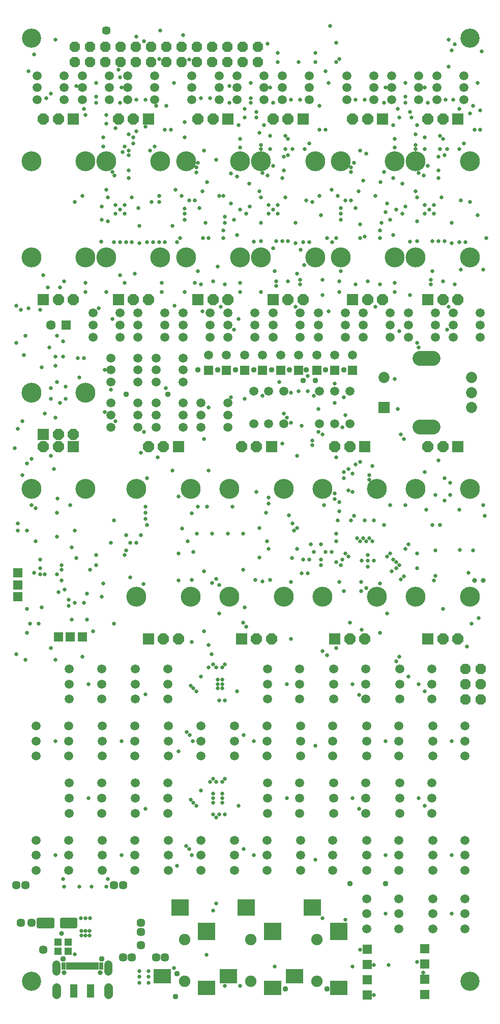
<source format=gbr>
G04 EAGLE Gerber RS-274X export*
G75*
%MOMM*%
%FSLAX34Y34*%
%LPD*%
%INSoldermask Top*%
%IPPOS*%
%AMOC8*
5,1,8,0,0,1.08239X$1,22.5*%
G01*
%ADD10C,3.203200*%
%ADD11R,1.853200X1.853200*%
%ADD12P,2.005885X8X112.500000*%
%ADD13C,3.319200*%
%ADD14P,2.005885X8X292.500000*%
%ADD15R,3.003200X2.803200*%
%ADD16R,3.003200X2.403200*%
%ADD17R,3.003200X3.003200*%
%ADD18C,1.903200*%
%ADD19R,0.723200X1.203200*%
%ADD20R,0.473200X1.203200*%
%ADD21R,1.203200X2.203200*%
%ADD22C,0.803200*%
%ADD23C,0.833200*%
%ADD24C,1.361200*%
%ADD25C,1.403200*%
%ADD26C,1.511200*%
%ADD27R,1.603200X1.503200*%
%ADD28R,1.611200X1.611200*%
%ADD29P,1.869504X8X202.500000*%
%ADD30P,1.869504X8X292.500000*%
%ADD31C,1.853200*%
%ADD32C,2.453200*%
%ADD33R,1.511200X1.511200*%
%ADD34R,1.303200X1.203200*%
%ADD35C,1.611200*%
%ADD36C,0.606287*%
%ADD37C,0.653200*%
%ADD38C,1.453200*%
%ADD39C,0.953200*%


D10*
X765000Y35000D03*
X35000Y35000D03*
X35000Y1605000D03*
X765000Y1605000D03*
D11*
X105000Y1470000D03*
D12*
X80000Y1470000D03*
X55000Y1470000D03*
D13*
X35000Y1400000D03*
X125000Y1400000D03*
D11*
X230000Y605000D03*
D14*
X255000Y605000D03*
X280000Y605000D03*
D13*
X300000Y675000D03*
X210000Y675000D03*
D11*
X385000Y605000D03*
D14*
X410000Y605000D03*
X435000Y605000D03*
D13*
X455000Y675000D03*
X365000Y675000D03*
D11*
X540000Y605000D03*
D14*
X565000Y605000D03*
X590000Y605000D03*
D13*
X610000Y675000D03*
X520000Y675000D03*
D11*
X695000Y605000D03*
D14*
X720000Y605000D03*
X745000Y605000D03*
D13*
X765000Y675000D03*
X675000Y675000D03*
D11*
X55000Y945000D03*
D14*
X80000Y945000D03*
X105000Y945000D03*
D13*
X125000Y1015000D03*
X35000Y1015000D03*
D15*
X502500Y158000D03*
D16*
X473000Y44000D03*
X547000Y24000D03*
D17*
X547000Y118000D03*
D18*
X510000Y35000D03*
X510000Y105000D03*
D19*
X89000Y61000D03*
X151000Y61000D03*
X96500Y61000D03*
X143500Y61000D03*
D20*
X102500Y61000D03*
X137500Y61000D03*
X107500Y61000D03*
X112500Y61000D03*
X117500Y61000D03*
X122500Y61000D03*
X127500Y61000D03*
X132500Y61000D03*
D21*
X106000Y19000D03*
X134000Y19000D03*
D22*
X150000Y50000D03*
D23*
X150000Y50000D03*
X90000Y50000D03*
D24*
X76800Y51460D02*
X76800Y63040D01*
X163200Y63040D02*
X163200Y51460D01*
D25*
X76800Y25000D02*
X76800Y13000D01*
X163200Y13000D02*
X163200Y25000D01*
D26*
X43000Y270000D03*
X43000Y245000D03*
X43000Y220000D03*
X97000Y270000D03*
X97000Y245000D03*
X97000Y220000D03*
X98000Y365000D03*
X98000Y340000D03*
X98000Y315000D03*
X152000Y365000D03*
X152000Y340000D03*
X152000Y315000D03*
X153000Y270000D03*
X153000Y245000D03*
X153000Y220000D03*
X207000Y270000D03*
X207000Y245000D03*
X207000Y220000D03*
X208000Y365000D03*
X208000Y340000D03*
X208000Y315000D03*
X262000Y365000D03*
X262000Y340000D03*
X262000Y315000D03*
X263000Y270000D03*
X263000Y245000D03*
X263000Y220000D03*
X317000Y270000D03*
X317000Y245000D03*
X317000Y220000D03*
X373000Y270000D03*
X373000Y245000D03*
X373000Y220000D03*
X427000Y270000D03*
X427000Y245000D03*
X427000Y220000D03*
X428000Y365000D03*
X428000Y340000D03*
X428000Y315000D03*
X482000Y365000D03*
X482000Y340000D03*
X482000Y315000D03*
X483000Y270000D03*
X483000Y245000D03*
X483000Y220000D03*
X537000Y270000D03*
X537000Y245000D03*
X537000Y220000D03*
X538000Y365000D03*
X538000Y340000D03*
X538000Y315000D03*
X592000Y365000D03*
X592000Y340000D03*
X592000Y315000D03*
X593000Y270000D03*
X593000Y245000D03*
X593000Y220000D03*
X647000Y270000D03*
X647000Y245000D03*
X647000Y220000D03*
X648000Y365000D03*
X648000Y340000D03*
X648000Y315000D03*
X702000Y365000D03*
X702000Y340000D03*
X702000Y315000D03*
X703000Y270000D03*
X703000Y245000D03*
X703000Y220000D03*
X757000Y270000D03*
X757000Y245000D03*
X757000Y220000D03*
X43000Y460000D03*
X43000Y435000D03*
X43000Y410000D03*
X97000Y460000D03*
X97000Y435000D03*
X97000Y410000D03*
X98000Y555000D03*
X98000Y530000D03*
X98000Y505000D03*
X152000Y555000D03*
X152000Y530000D03*
X152000Y505000D03*
X153000Y460000D03*
X153000Y435000D03*
X153000Y410000D03*
X207000Y460000D03*
X207000Y435000D03*
X207000Y410000D03*
X208000Y555000D03*
X208000Y530000D03*
X208000Y505000D03*
X262000Y555000D03*
X262000Y530000D03*
X262000Y505000D03*
X263000Y460000D03*
X263000Y435000D03*
X263000Y410000D03*
X317000Y460000D03*
X317000Y435000D03*
X317000Y410000D03*
X373000Y460000D03*
X373000Y435000D03*
X373000Y410000D03*
X427000Y460000D03*
X427000Y435000D03*
X427000Y410000D03*
X428000Y555000D03*
X428000Y530000D03*
X428000Y505000D03*
X482000Y555000D03*
X482000Y530000D03*
X482000Y505000D03*
X483000Y460000D03*
X483000Y435000D03*
X483000Y410000D03*
X537000Y460000D03*
X537000Y435000D03*
X537000Y410000D03*
X538000Y555000D03*
X538000Y530000D03*
X538000Y505000D03*
X592000Y555000D03*
X592000Y530000D03*
X592000Y505000D03*
X593000Y460000D03*
X593000Y435000D03*
X593000Y410000D03*
X647000Y460000D03*
X647000Y435000D03*
X647000Y410000D03*
X648000Y555000D03*
X648000Y530000D03*
X648000Y505000D03*
X702000Y555000D03*
X702000Y530000D03*
X702000Y505000D03*
X703000Y460000D03*
X703000Y435000D03*
X703000Y410000D03*
X757000Y460000D03*
X757000Y435000D03*
X757000Y410000D03*
X167500Y1072500D03*
X167500Y1052500D03*
X167500Y1032500D03*
X212500Y1072500D03*
X212500Y1052500D03*
X212500Y1032500D03*
X167500Y997500D03*
X167500Y977500D03*
X167500Y957500D03*
X212500Y997500D03*
X212500Y977500D03*
X212500Y957500D03*
X242500Y1072500D03*
X242500Y1052500D03*
X242500Y1032500D03*
X287500Y1072500D03*
X287500Y1052500D03*
X287500Y1032500D03*
X242500Y997500D03*
X242500Y977500D03*
X242500Y957500D03*
X287500Y997500D03*
X287500Y977500D03*
X287500Y957500D03*
D27*
X594200Y12200D03*
X594200Y37600D03*
X594200Y63000D03*
X594200Y88400D03*
X689600Y12900D03*
X689600Y38300D03*
X689600Y63700D03*
X689600Y89100D03*
D15*
X282500Y158000D03*
D16*
X253000Y44000D03*
X327000Y24000D03*
D17*
X327000Y118000D03*
D18*
X290000Y35000D03*
X290000Y105000D03*
D15*
X392500Y158000D03*
D16*
X363000Y44000D03*
X437000Y24000D03*
D17*
X437000Y118000D03*
D18*
X400000Y35000D03*
X400000Y105000D03*
D26*
X703000Y172500D03*
X703000Y147500D03*
X703000Y122500D03*
X757000Y172500D03*
X757000Y147500D03*
X757000Y122500D03*
X593000Y172500D03*
X593000Y147500D03*
X593000Y122500D03*
X647000Y172500D03*
X647000Y147500D03*
X647000Y122500D03*
D11*
X745000Y925000D03*
D12*
X720000Y925000D03*
X695000Y925000D03*
D13*
X675000Y855000D03*
X765000Y855000D03*
D11*
X590000Y925000D03*
D12*
X565000Y925000D03*
X540000Y925000D03*
D13*
X520000Y855000D03*
X610000Y855000D03*
D11*
X280000Y925000D03*
D12*
X255000Y925000D03*
X230000Y925000D03*
D13*
X210000Y855000D03*
X300000Y855000D03*
D11*
X435000Y925000D03*
D12*
X410000Y925000D03*
X385000Y925000D03*
D13*
X365000Y855000D03*
X455000Y855000D03*
D11*
X230000Y1470000D03*
D12*
X205000Y1470000D03*
X180000Y1470000D03*
D13*
X160000Y1400000D03*
X250000Y1400000D03*
D11*
X180000Y1170000D03*
D14*
X205000Y1170000D03*
X230000Y1170000D03*
D13*
X250000Y1240000D03*
X160000Y1240000D03*
D11*
X55000Y1170000D03*
D14*
X80000Y1170000D03*
X105000Y1170000D03*
D13*
X125000Y1240000D03*
X35000Y1240000D03*
D11*
X362500Y1470000D03*
D12*
X337500Y1470000D03*
X312500Y1470000D03*
D13*
X292500Y1400000D03*
X382500Y1400000D03*
D11*
X487500Y1470000D03*
D12*
X462500Y1470000D03*
X437500Y1470000D03*
D13*
X417500Y1400000D03*
X507500Y1400000D03*
D11*
X437500Y1170000D03*
D14*
X462500Y1170000D03*
X487500Y1170000D03*
D13*
X507500Y1240000D03*
X417500Y1240000D03*
D11*
X312500Y1170000D03*
D14*
X337500Y1170000D03*
X362500Y1170000D03*
D13*
X382500Y1240000D03*
X292500Y1240000D03*
D11*
X620000Y1470000D03*
D12*
X595000Y1470000D03*
X570000Y1470000D03*
D13*
X550000Y1400000D03*
X640000Y1400000D03*
D11*
X745000Y1470000D03*
D12*
X720000Y1470000D03*
X695000Y1470000D03*
D13*
X675000Y1400000D03*
X765000Y1400000D03*
D11*
X695000Y1170000D03*
D14*
X720000Y1170000D03*
X745000Y1170000D03*
D13*
X765000Y1240000D03*
X675000Y1240000D03*
D11*
X570000Y1170000D03*
D14*
X595000Y1170000D03*
X620000Y1170000D03*
D13*
X640000Y1240000D03*
X550000Y1240000D03*
D26*
X212500Y1147500D03*
X212500Y1127500D03*
X212500Y1107500D03*
X257500Y1147500D03*
X257500Y1127500D03*
X257500Y1107500D03*
X287500Y1147500D03*
X287500Y1127500D03*
X287500Y1107500D03*
X332500Y1147500D03*
X332500Y1127500D03*
X332500Y1107500D03*
X512500Y1147500D03*
X512500Y1127500D03*
X512500Y1107500D03*
X557500Y1147500D03*
X557500Y1127500D03*
X557500Y1107500D03*
X587500Y1147500D03*
X587500Y1127500D03*
X587500Y1107500D03*
X632500Y1147500D03*
X632500Y1127500D03*
X632500Y1107500D03*
X362500Y1147500D03*
X362500Y1127500D03*
X362500Y1107500D03*
X407500Y1147500D03*
X407500Y1127500D03*
X407500Y1107500D03*
X662500Y1147500D03*
X662500Y1127500D03*
X662500Y1107500D03*
X707500Y1147500D03*
X707500Y1127500D03*
X707500Y1107500D03*
X437500Y1147500D03*
X437500Y1127500D03*
X437500Y1107500D03*
X482500Y1147500D03*
X482500Y1127500D03*
X482500Y1107500D03*
X737500Y1147500D03*
X737500Y1127500D03*
X737500Y1107500D03*
X782500Y1147500D03*
X782500Y1127500D03*
X782500Y1107500D03*
X137500Y1147500D03*
X137500Y1127500D03*
X137500Y1107500D03*
X182500Y1147500D03*
X182500Y1127500D03*
X182500Y1107500D03*
D28*
X12500Y715000D03*
X12500Y695000D03*
X12500Y675000D03*
X100000Y608500D03*
X120000Y608500D03*
X80000Y608500D03*
D11*
X105000Y925000D03*
D12*
X80000Y925000D03*
X55000Y925000D03*
D13*
X35000Y855000D03*
X125000Y855000D03*
D26*
X45000Y1542500D03*
X45000Y1522500D03*
X45000Y1502500D03*
X90000Y1542500D03*
X90000Y1522500D03*
X90000Y1502500D03*
X120000Y1542500D03*
X120000Y1522500D03*
X120000Y1502500D03*
X165000Y1542500D03*
X165000Y1522500D03*
X165000Y1502500D03*
X195000Y1542500D03*
X195000Y1522500D03*
X195000Y1502500D03*
X240000Y1542500D03*
X240000Y1522500D03*
X240000Y1502500D03*
X302500Y1542500D03*
X302500Y1522500D03*
X302500Y1502500D03*
X347500Y1542500D03*
X347500Y1522500D03*
X347500Y1502500D03*
X377500Y1542500D03*
X377500Y1522500D03*
X377500Y1502500D03*
X422500Y1542500D03*
X422500Y1522500D03*
X422500Y1502500D03*
X452500Y1542500D03*
X452500Y1522500D03*
X452500Y1502500D03*
X497500Y1542500D03*
X497500Y1522500D03*
X497500Y1502500D03*
X560000Y1542500D03*
X560000Y1522500D03*
X560000Y1502500D03*
X605000Y1542500D03*
X605000Y1522500D03*
X605000Y1502500D03*
X635000Y1542500D03*
X635000Y1522500D03*
X635000Y1502500D03*
X680000Y1542500D03*
X680000Y1522500D03*
X680000Y1502500D03*
X710000Y1542500D03*
X710000Y1522500D03*
X710000Y1502500D03*
X755000Y1542500D03*
X755000Y1522500D03*
X755000Y1502500D03*
D29*
X107600Y1590200D03*
X133000Y1590200D03*
X158400Y1590200D03*
X183800Y1590200D03*
X209200Y1590200D03*
X234600Y1590200D03*
X260000Y1590200D03*
X285400Y1590200D03*
X310800Y1590200D03*
X336200Y1590200D03*
X361600Y1590200D03*
X387000Y1590200D03*
X412400Y1590200D03*
X412400Y1564800D03*
X387000Y1564800D03*
X361600Y1564800D03*
X336200Y1564800D03*
X310800Y1564800D03*
X285400Y1564800D03*
X260000Y1564800D03*
X234600Y1564800D03*
X209200Y1564800D03*
X183800Y1564800D03*
X158400Y1564800D03*
X133000Y1564800D03*
X107600Y1564800D03*
D30*
X757300Y555400D03*
X782700Y555400D03*
X757300Y530000D03*
X782700Y530000D03*
X757300Y504600D03*
X782700Y504600D03*
D11*
X622500Y990000D03*
D31*
X622500Y1040000D03*
X767500Y990000D03*
X767500Y1015000D03*
X767500Y1040000D03*
D32*
X703750Y958000D02*
X681250Y958000D01*
X681250Y1072000D02*
X703750Y1072000D01*
D26*
X540000Y1077700D03*
D33*
X540000Y1052300D03*
D26*
X510000Y1077700D03*
D33*
X510000Y1052300D03*
D26*
X480000Y1077700D03*
D33*
X480000Y1052300D03*
D26*
X450000Y1077700D03*
D33*
X450000Y1052300D03*
D26*
X420000Y1077700D03*
D33*
X420000Y1052300D03*
D26*
X390000Y1077700D03*
D33*
X390000Y1052300D03*
D26*
X360000Y1077700D03*
D33*
X360000Y1052300D03*
D26*
X330000Y1077700D03*
D33*
X330000Y1052300D03*
D26*
X570000Y1077700D03*
D33*
X570000Y1052300D03*
D26*
X455000Y1017000D03*
X430000Y1017000D03*
X405000Y1017000D03*
X455000Y963000D03*
X430000Y963000D03*
X405000Y963000D03*
X515000Y963000D03*
X540000Y963000D03*
X565000Y963000D03*
X515000Y1017000D03*
X540000Y1017000D03*
X565000Y1017000D03*
D34*
X96000Y85000D03*
X79000Y85000D03*
X96000Y100000D03*
X79000Y100000D03*
D35*
X67300Y1127500D03*
D28*
X92700Y1127500D03*
D26*
X317500Y997500D03*
X317500Y977500D03*
X317500Y957500D03*
X362500Y997500D03*
X362500Y977500D03*
X362500Y957500D03*
D36*
X108535Y138385D02*
X84965Y138385D01*
X108535Y138385D02*
X108535Y126615D01*
X84965Y126615D01*
X84965Y138385D01*
X84965Y132375D02*
X108535Y132375D01*
X108535Y138135D02*
X84965Y138135D01*
X70035Y138385D02*
X46465Y138385D01*
X70035Y138385D02*
X70035Y126615D01*
X46465Y126615D01*
X46465Y138385D01*
X46465Y132375D02*
X70035Y132375D01*
X70035Y138135D02*
X46465Y138135D01*
D37*
X335950Y780000D03*
X485000Y714500D03*
X320000Y1350000D03*
X542500Y767500D03*
X87500Y1100000D03*
X217500Y777500D03*
X415000Y740266D03*
X542500Y590000D03*
X42500Y822500D03*
X92500Y1025000D03*
X90120Y687500D03*
X50000Y737500D03*
X122500Y665000D03*
X32500Y630000D03*
X445000Y1580000D03*
X507500Y1580000D03*
X715000Y795000D03*
X707500Y845000D03*
X415000Y790000D03*
X597500Y870000D03*
X547500Y832500D03*
X155000Y1440000D03*
X432500Y1420000D03*
X382500Y1437500D03*
X640000Y1437500D03*
X160000Y1462500D03*
X322500Y1417500D03*
X580000Y1350000D03*
X582500Y1417500D03*
X690000Y1420000D03*
X197500Y1385000D03*
X197500Y1410000D03*
X455000Y1385000D03*
X712500Y1385000D03*
X712500Y1407500D03*
X455000Y1407500D03*
D38*
X217500Y132500D03*
X217500Y117500D03*
D37*
X286000Y789000D03*
X77500Y815000D03*
X30000Y1155000D03*
X469000Y740000D03*
X112500Y1072500D03*
X336000Y698000D03*
X430000Y840000D03*
X550000Y1322500D03*
X167500Y765000D03*
X42500Y767500D03*
X517500Y737500D03*
X505000Y750000D03*
X317500Y1505000D03*
X575000Y1502500D03*
X221500Y696500D03*
X657500Y1507500D03*
X290000Y1321500D03*
X192500Y752500D03*
X400000Y1505000D03*
X702500Y795000D03*
X467500Y605000D03*
X302500Y600000D03*
X760000Y592500D03*
X67500Y1005000D03*
X57500Y712500D03*
X102500Y637500D03*
X232500Y1417500D03*
X747500Y1420000D03*
X490000Y1420000D03*
X480000Y1565000D03*
X542500Y1565000D03*
X732500Y865000D03*
X10000Y1097500D03*
X247500Y1342500D03*
X285000Y1342500D03*
X515000Y1342500D03*
X545000Y1342500D03*
X535000Y750000D03*
X525000Y750000D03*
X487500Y737500D03*
X497500Y737500D03*
X200000Y765000D03*
X210000Y765000D03*
X297500Y1335000D03*
X307500Y1335000D03*
X557500Y1335000D03*
X567500Y1335000D03*
D38*
X10000Y195000D03*
X25000Y195000D03*
D37*
X555000Y882500D03*
X572500Y810000D03*
X545000Y802500D03*
X567500Y802500D03*
D39*
X565000Y197500D03*
X625000Y197500D03*
X192500Y1012500D03*
X262500Y1012500D03*
X487500Y1035000D03*
X507500Y1035000D03*
D22*
X85000Y115000D03*
D37*
X52500Y657500D03*
X215000Y1292500D03*
X475000Y1297500D03*
X735000Y1297500D03*
X60000Y1505000D03*
X142500Y1507500D03*
X85000Y720000D03*
X50000Y1152500D03*
X10000Y1160000D03*
X322500Y717500D03*
X495000Y714500D03*
X410000Y850000D03*
X470000Y797500D03*
X762500Y715000D03*
X280000Y702500D03*
X192500Y777500D03*
X492500Y1335000D03*
X502500Y1332500D03*
X377500Y1277500D03*
X355000Y1272500D03*
X417500Y1267500D03*
X475000Y1263500D03*
X452500Y1372500D03*
X582500Y1295000D03*
X615000Y1272500D03*
X187000Y1415000D03*
X712500Y1372000D03*
X677500Y1267500D03*
X735000Y1263500D03*
X77500Y775000D03*
X142500Y745000D03*
X100000Y827500D03*
X115000Y1040000D03*
X280000Y842500D03*
X517500Y762500D03*
X615000Y1285000D03*
X637500Y1277500D03*
X420000Y701000D03*
X78500Y839000D03*
X12500Y785500D03*
X325000Y1297500D03*
X400000Y1530000D03*
X765000Y1332500D03*
X200000Y707500D03*
X215000Y1263500D03*
X151000Y1266500D03*
X172500Y802500D03*
X302500Y703500D03*
X57500Y980000D03*
X408000Y703500D03*
X87500Y1075000D03*
X247500Y1332500D03*
X582500Y87500D03*
X332500Y1505000D03*
X482500Y1502500D03*
X590000Y1502500D03*
D38*
X55000Y87500D03*
D37*
X162500Y205000D03*
X87500Y205000D03*
X118000Y119000D03*
X118000Y111000D03*
X125000Y111000D03*
X125000Y119000D03*
X132000Y111000D03*
X132000Y119000D03*
X347500Y312500D03*
X347500Y502500D03*
X10000Y580000D03*
X77500Y712500D03*
X50000Y722500D03*
X107500Y665000D03*
X47500Y630000D03*
X732500Y845000D03*
X755000Y1430000D03*
X497500Y1430000D03*
X445000Y1565000D03*
X675000Y1350000D03*
X415000Y1350000D03*
X160000Y1352500D03*
X750000Y1335000D03*
X235000Y1332500D03*
X107500Y80000D03*
D38*
X17500Y132500D03*
D37*
X790000Y810000D03*
X290000Y1440000D03*
X25000Y1110000D03*
X17500Y1152500D03*
X342970Y705000D03*
X227500Y795000D03*
X597500Y877500D03*
X547500Y817500D03*
X382500Y1422500D03*
X640000Y1422500D03*
X160000Y1477500D03*
X125000Y1477500D03*
X640000Y1182500D03*
X547500Y1182500D03*
X417500Y1182500D03*
X382500Y1182500D03*
X290000Y1182500D03*
X252500Y1182500D03*
X125000Y1182500D03*
X160000Y1182500D03*
X155000Y1425000D03*
X190000Y1425000D03*
X205000Y1440000D03*
X457500Y1442500D03*
X462500Y1437500D03*
X470000Y1420000D03*
X437500Y1392500D03*
X457500Y1420000D03*
X720020Y1437500D03*
X695000Y1392500D03*
X715000Y1420000D03*
X715000Y1442500D03*
X665000Y1177500D03*
X505000Y1010000D03*
X522500Y827500D03*
X82500Y1190000D03*
X62300Y1190000D03*
X352500Y367500D03*
X357500Y372500D03*
X357500Y562500D03*
X317500Y542500D03*
X455000Y980000D03*
X520000Y1177500D03*
X240000Y1425000D03*
X120000Y1342500D03*
X592500Y1412500D03*
X727500Y1420000D03*
X172500Y630000D03*
X712500Y902500D03*
X97500Y670000D03*
X35000Y827500D03*
X680000Y1380900D03*
X420000Y1380900D03*
X170000Y1382500D03*
X197500Y1372500D03*
X342500Y1402500D03*
X352500Y537500D03*
X345000Y537500D03*
X352500Y530000D03*
X345000Y530000D03*
X352500Y522500D03*
X345000Y522500D03*
X337500Y347500D03*
X337500Y340000D03*
X337500Y332500D03*
X352500Y347500D03*
X352500Y340000D03*
X352500Y332500D03*
X422500Y1460000D03*
X677500Y1460000D03*
X675000Y1420000D03*
X417500Y1420000D03*
X482500Y1195000D03*
X615000Y1195000D03*
X740000Y1195000D03*
X357500Y1195000D03*
X355000Y1285000D03*
D39*
X277424Y47576D03*
X152500Y72500D03*
X87500Y72500D03*
D38*
X217500Y95000D03*
D39*
X527500Y22500D03*
D37*
X215000Y52500D03*
X230000Y52500D03*
X215000Y42500D03*
X230000Y42500D03*
X215000Y32500D03*
X230000Y32500D03*
D39*
X275000Y10000D03*
D38*
X35000Y132500D03*
D37*
X370000Y825000D03*
X197500Y1417500D03*
X737500Y1502500D03*
X224986Y1502486D03*
X50000Y712500D03*
X517500Y727500D03*
X464000Y811000D03*
X75000Y1060000D03*
X52500Y1057500D03*
X122500Y1072500D03*
X550000Y1312500D03*
X290000Y1312500D03*
X417500Y1297500D03*
X392500Y1313020D03*
X162500Y1300000D03*
X190000Y745000D03*
X295000Y767500D03*
X467500Y700000D03*
X677500Y1300000D03*
X652500Y1312500D03*
X597500Y772500D03*
X592500Y690000D03*
D22*
X787500Y702500D03*
D37*
X657500Y755000D03*
X605000Y802500D03*
X677500Y747500D03*
X590000Y802500D03*
X632500Y827500D03*
X622500Y795000D03*
X587500Y772500D03*
X595000Y745000D03*
X585000Y735000D03*
X595000Y735000D03*
X605000Y735000D03*
X595000Y725000D03*
X67500Y1512500D03*
X657500Y1530000D03*
X142500Y1530000D03*
X85000Y727500D03*
X500000Y762500D03*
D39*
X457500Y22500D03*
D37*
X242500Y1492500D03*
X237500Y1265000D03*
X197500Y1445000D03*
X202500Y1340000D03*
X205000Y1430000D03*
X210000Y1450000D03*
X432500Y1442500D03*
X457500Y1340000D03*
X690000Y1440000D03*
X717500Y1340000D03*
X392500Y625000D03*
X387500Y780000D03*
X387500Y632500D03*
X362500Y780000D03*
X330000Y595000D03*
X327500Y825000D03*
X310500Y780000D03*
X322500Y617500D03*
X302500Y814000D03*
X305000Y750000D03*
X722500Y872500D03*
X720000Y655000D03*
X390000Y657500D03*
X722500Y835000D03*
X387500Y720000D03*
X77500Y1032500D03*
X92500Y1005000D03*
X67500Y1022500D03*
X82500Y997500D03*
X75000Y973000D03*
X157440Y1052500D03*
X157500Y982500D03*
X75000Y1075000D03*
X77500Y1110000D03*
X616020Y1365000D03*
X355000Y1342500D03*
X357500Y1307500D03*
X688500Y1376000D03*
X467500Y1502500D03*
X400000Y1497500D03*
X173500Y1376000D03*
X605000Y12500D03*
X630000Y62500D03*
X382500Y27500D03*
X160000Y192500D03*
X90000Y192500D03*
X125000Y140000D03*
X342500Y367500D03*
X342500Y557500D03*
X120000Y575000D03*
X25000Y570000D03*
X75000Y570000D03*
X7500Y922500D03*
D38*
X187500Y195000D03*
X172500Y195000D03*
D37*
X182500Y1497500D03*
X437500Y1497500D03*
X695000Y1497500D03*
X125000Y1197500D03*
X55000Y1210000D03*
X382500Y1197500D03*
X640000Y1197500D03*
X252500Y1197500D03*
X317500Y352500D03*
X352500Y557500D03*
X460000Y973060D03*
X485000Y960000D03*
X520000Y1202500D03*
X107500Y1332500D03*
X572500Y1397500D03*
X584000Y700000D03*
X584000Y685000D03*
D38*
X160000Y1617500D03*
D37*
X130000Y340000D03*
X225000Y322500D03*
X277500Y227500D03*
X185000Y245000D03*
X75000Y245000D03*
X507500Y237500D03*
X625000Y245000D03*
X735000Y245000D03*
X735000Y147500D03*
X680000Y340000D03*
X625000Y147500D03*
X570000Y340000D03*
X460000Y340000D03*
X405000Y435000D03*
X507500Y427500D03*
X625000Y435000D03*
X735000Y435000D03*
X680000Y530000D03*
X570000Y530000D03*
X460000Y530000D03*
X225000Y512500D03*
X130000Y530000D03*
X75000Y435000D03*
X185000Y435000D03*
X280000Y417500D03*
X405000Y245000D03*
X557500Y977500D03*
X625000Y1315000D03*
X467500Y965000D03*
X312500Y1397500D03*
X447500Y1032500D03*
X555000Y872500D03*
X552500Y957500D03*
X380000Y1460000D03*
X637500Y1460000D03*
X575000Y1195000D03*
X700000Y1195000D03*
X442500Y1192500D03*
X317500Y1195000D03*
D38*
X242500Y75000D03*
X257500Y75000D03*
D39*
X312500Y1052500D03*
X345000Y1052500D03*
X375000Y1052500D03*
X405000Y1052500D03*
X435000Y1052500D03*
X465000Y1052500D03*
X492500Y1052500D03*
X525000Y1052500D03*
X555000Y1052500D03*
D37*
X428500Y1376000D03*
X725000Y1502500D03*
X210000Y1502500D03*
X97500Y660000D03*
X615000Y697500D03*
D22*
X772500Y702500D03*
D37*
X677500Y722500D03*
X592500Y767500D03*
X602500Y767500D03*
X365000Y1497500D03*
X657500Y1497500D03*
X622500Y1497500D03*
X142500Y1497500D03*
X477500Y790000D03*
X477500Y755000D03*
X542500Y780000D03*
X520000Y140000D03*
X557500Y137500D03*
X425761Y815239D03*
X427500Y767500D03*
X430000Y830000D03*
X687500Y50000D03*
X327000Y79000D03*
X677500Y67500D03*
X337500Y372500D03*
X527500Y577500D03*
X337500Y562500D03*
X520000Y945000D03*
X555000Y685000D03*
X550000Y727500D03*
X332500Y367500D03*
X330000Y557500D03*
X520000Y585000D03*
X335000Y580000D03*
X542500Y732500D03*
X512500Y950000D03*
X547500Y700000D03*
X292500Y260000D03*
X300000Y337500D03*
X297500Y255000D03*
X305000Y332500D03*
X301940Y245000D03*
X310000Y327500D03*
X357500Y312500D03*
X388500Y255000D03*
X380000Y327500D03*
X580500Y322500D03*
X690000Y327500D03*
X294000Y450000D03*
X300000Y527500D03*
X299000Y445000D03*
X305000Y522500D03*
X304000Y435000D03*
X310000Y517500D03*
X357500Y502500D03*
X388500Y445000D03*
X377500Y517500D03*
X581000Y511500D03*
X605000Y62500D03*
X562500Y742500D03*
X585000Y620000D03*
X615000Y615000D03*
X707500Y710000D03*
X707500Y752500D03*
X748500Y753500D03*
X747500Y820000D03*
X692500Y820000D03*
X705000Y702500D03*
X690000Y517500D03*
X337500Y152500D03*
X337500Y312500D03*
X342500Y165000D03*
X342500Y307500D03*
X557500Y747500D03*
X570000Y60000D03*
X227500Y1265000D03*
X222500Y1600000D03*
X662500Y762500D03*
X547500Y1570000D03*
X542500Y1597500D03*
X222500Y950000D03*
X650000Y945000D03*
X487500Y1265000D03*
X507500Y1565000D03*
X502500Y935000D03*
X657500Y827500D03*
X655000Y937500D03*
X787500Y827500D03*
X730000Y1557500D03*
X787500Y1220000D03*
X750000Y1220000D03*
X747500Y1265000D03*
X347500Y647500D03*
X347500Y695000D03*
X632500Y747500D03*
X627500Y647500D03*
X477500Y910000D03*
X472500Y785000D03*
X690000Y882500D03*
X635000Y717500D03*
X642500Y567500D03*
X647500Y727500D03*
X650000Y703940D03*
X647500Y575000D03*
X642500Y722500D03*
X655073Y708823D03*
X662500Y542500D03*
X565000Y632500D03*
X767500Y630000D03*
X552500Y737500D03*
X432500Y703000D03*
X430000Y755000D03*
X225000Y815000D03*
X152500Y1325000D03*
X152500Y1302500D03*
X170000Y1137500D03*
X162500Y1340000D03*
X90000Y1200000D03*
X207500Y1212500D03*
X482500Y1202500D03*
X477500Y1212500D03*
X410000Y1472500D03*
X410000Y1482500D03*
X665000Y1482500D03*
X667500Y1472500D03*
X398978Y1325000D03*
X397500Y1362500D03*
X417500Y1340000D03*
X437500Y1255000D03*
X483000Y1253000D03*
X462500Y1267500D03*
X462500Y1410000D03*
X442500Y1200000D03*
X452500Y1267500D03*
X307500Y1197500D03*
X312500Y1217500D03*
X442500Y1267500D03*
X440000Y1217500D03*
X657500Y1325000D03*
X652500Y1362500D03*
X680000Y1090000D03*
X677500Y1340000D03*
X722500Y1267500D03*
X722500Y1410000D03*
X700000Y1202500D03*
X712500Y1267500D03*
X547500Y1200000D03*
X550000Y1217500D03*
X702500Y1217500D03*
X702500Y1267500D03*
X765000Y1480000D03*
X757500Y1265000D03*
X345000Y1225000D03*
X497500Y1265000D03*
X488790Y1227500D03*
X310000Y1381020D03*
X315000Y1322500D03*
X327500Y1365000D03*
X330000Y1272500D03*
X347500Y1342500D03*
X357520Y1297500D03*
X319940Y1150000D03*
X320500Y1272500D03*
X575000Y1322500D03*
X567500Y1382500D03*
X587500Y1367500D03*
X590000Y1275000D03*
X617520Y1297500D03*
X607500Y1342500D03*
X582500Y1272500D03*
X377500Y1375000D03*
X382500Y1320000D03*
X637500Y1372500D03*
X642500Y1320000D03*
X273000Y1160000D03*
X283000Y1272000D03*
X530000Y1150000D03*
X542500Y1272500D03*
X257500Y1452500D03*
X260000Y1492500D03*
X770000Y1492500D03*
X772500Y1452500D03*
X515000Y1452500D03*
X515000Y1492500D03*
X259000Y1022500D03*
X167500Y1020000D03*
X372500Y1120000D03*
X405000Y1266000D03*
X380000Y1137500D03*
X372500Y1302500D03*
X677500Y1097500D03*
X665000Y1266000D03*
X632500Y1302500D03*
X647500Y1117500D03*
X727500Y1120000D03*
X730000Y1157500D03*
X147500Y1155000D03*
X122500Y1487500D03*
X390000Y1472500D03*
X390000Y1487500D03*
X647500Y1472500D03*
X645000Y1487500D03*
X595000Y1200000D03*
X607500Y1157500D03*
X720000Y1200000D03*
X337500Y1200000D03*
X350000Y1157500D03*
X462500Y1200000D03*
X475000Y1157500D03*
X417500Y1427500D03*
X415000Y1447500D03*
X202500Y1265000D03*
X175000Y1455000D03*
X192500Y1265000D03*
X190000Y1197500D03*
X182500Y1210000D03*
X182500Y1265000D03*
X40000Y715000D03*
X27500Y785000D03*
X155000Y697500D03*
X127500Y680000D03*
X127500Y637500D03*
X110000Y740000D03*
X152500Y675000D03*
X142500Y727500D03*
X175000Y967500D03*
X12500Y955000D03*
X12500Y797500D03*
X22500Y1077500D03*
X20000Y967500D03*
X27500Y655000D03*
X27500Y615000D03*
X185000Y1522500D03*
X182500Y1540000D03*
X109940Y1525000D03*
X432560Y1522500D03*
X365000Y1525000D03*
X690060Y1522500D03*
X624940Y1522500D03*
X517500Y1310000D03*
X530000Y1530000D03*
X270000Y1292500D03*
X272500Y1530000D03*
X777500Y1310000D03*
X777500Y1530000D03*
X30000Y1550000D03*
X20000Y877500D03*
X225000Y825000D03*
X227500Y872500D03*
X792500Y1272500D03*
X730000Y1602500D03*
X735000Y1585000D03*
X785000Y1582500D03*
X250000Y1617500D03*
X290000Y1465000D03*
X298060Y1569440D03*
X525000Y1550000D03*
X525000Y1452500D03*
X312500Y825000D03*
X322500Y937500D03*
X257500Y1265000D03*
X247500Y1570000D03*
X210000Y1607500D03*
X532500Y1625000D03*
X527500Y1272500D03*
X172500Y1265000D03*
X180000Y1552500D03*
X267500Y1452500D03*
X287500Y1610000D03*
X747500Y1487500D03*
X782500Y1485000D03*
X782500Y1452500D03*
X740210Y1595000D03*
X428500Y1596000D03*
X175000Y1312500D03*
X190000Y1312500D03*
X190000Y1327500D03*
X182500Y1320000D03*
X175000Y1327500D03*
X430000Y1327500D03*
X430000Y1312500D03*
X445000Y1312500D03*
X445000Y1327500D03*
X437500Y1320000D03*
X690000Y1327500D03*
X690000Y1312500D03*
X705000Y1312500D03*
X705000Y1327500D03*
X697500Y1320000D03*
X132500Y140000D03*
X135000Y192500D03*
X115000Y192500D03*
X117500Y140000D03*
X770000Y752500D03*
X137500Y617500D03*
X132500Y720000D03*
X780000Y640000D03*
X85000Y702500D03*
X80000Y682500D03*
X330000Y990000D03*
X367500Y1007500D03*
X390000Y1005000D03*
X420000Y1010000D03*
X467500Y1015000D03*
X480000Y1017500D03*
X495000Y1017500D03*
X495000Y1042500D03*
X540000Y1030000D03*
X555000Y1007500D03*
X512500Y987500D03*
X502500Y927500D03*
X452500Y930000D03*
X540000Y997500D03*
X627500Y742500D03*
X645000Y987500D03*
X642500Y732500D03*
X640000Y1037500D03*
X637500Y737500D03*
X67500Y590000D03*
X67500Y910000D03*
X217500Y915000D03*
X247500Y1265000D03*
X535000Y1352500D03*
X535500Y1265000D03*
X275000Y1352500D03*
X277500Y1265000D03*
X225000Y1457500D03*
X212980Y1321896D03*
X40000Y1577500D03*
X27500Y897500D03*
X575000Y895000D03*
X577500Y772500D03*
X75000Y1602500D03*
X35000Y905000D03*
X582500Y900000D03*
X582500Y767500D03*
X65000Y1090000D03*
X280000Y747500D03*
X270000Y885000D03*
X72500Y887500D03*
X330000Y885000D03*
X602500Y892500D03*
X542500Y907500D03*
X570000Y880000D03*
X570000Y850000D03*
X245000Y907500D03*
X225000Y805000D03*
X540000Y837500D03*
X562500Y887500D03*
X562500Y852500D03*
X540000Y847500D03*
X627500Y1330000D03*
X622500Y1382500D03*
X550000Y1302500D03*
X567500Y1390000D03*
X367500Y1330000D03*
X367500Y1380000D03*
X290000Y1302500D03*
X310000Y1390000D03*
X675000Y1427500D03*
X675000Y1445000D03*
D38*
X187500Y75000D03*
X202500Y75000D03*
D37*
X107500Y785000D03*
X102500Y757500D03*
X272500Y57500D03*
X357500Y27500D03*
X440000Y60000D03*
M02*

</source>
